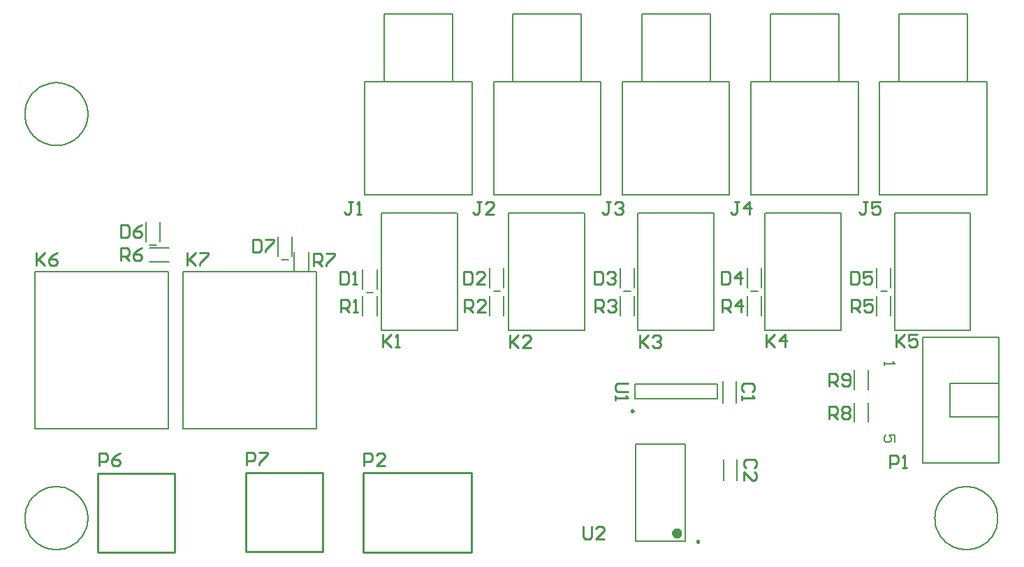
<source format=gto>
%FSLAX24Y24*%
%MOIN*%
%SFA1B1*%

%IPPOS*%
%ADD15C,0.010000*%
%ADD31C,0.023600*%
%ADD33C,0.005000*%
%ADD34C,0.009800*%
%ADD35C,0.008000*%
%ADD36C,0.007900*%
%ADD37C,0.006000*%
%ADD38C,0.005900*%
%LNsourceselection-1*%
%LPD*%
G54D15*
X10571Y-37D02*
Y3743D01*
Y-37D02*
X14232D01*
Y3743*
X10571D02*
X14232D01*
X16171Y-59D02*
Y3720D01*
Y-59D02*
X21348D01*
Y3720*
X16171D02*
X21348D01*
X3524Y-76D02*
Y3703D01*
Y-76D02*
X7185D01*
Y3703*
X3524D02*
X7185D01*
X38425Y7874D02*
Y8474D01*
X38725*
X38825Y8374*
Y8174*
X38725Y8074*
X38425*
X38625D02*
X38825Y7874D01*
X39025Y7974D02*
X39125Y7874D01*
X39325*
X39425Y7974*
Y8374*
X39325Y8474*
X39125*
X39025Y8374*
Y8274*
X39125Y8174*
X39425*
X38425Y6299D02*
Y6899D01*
X38725*
X38825Y6799*
Y6599*
X38725Y6499*
X38425*
X38625D02*
X38825Y6299D01*
X39025Y6799D02*
X39125Y6899D01*
X39325*
X39425Y6799*
Y6699*
X39325Y6599*
X39425Y6499*
Y6399*
X39325Y6299*
X39125*
X39025Y6399*
Y6499*
X39125Y6599*
X39025Y6699*
Y6799*
X39125Y6599D02*
X39325D01*
X13819Y13583D02*
Y14182D01*
X14119*
X14219Y14083*
Y13883*
X14119Y13783*
X13819*
X14019D02*
X14219Y13583D01*
X14419Y14182D02*
X14819D01*
Y14083*
X14419Y13683*
Y13583*
X10906Y14852D02*
Y14252D01*
X11205*
X11305Y14352*
Y14752*
X11205Y14852*
X10906*
X11505D02*
X11905D01*
Y14752*
X11505Y14352*
Y14252*
X4606Y13858D02*
Y14458D01*
X4906*
X5006Y14358*
Y14158*
X4906Y14058*
X4606*
X4806D02*
X5006Y13858D01*
X5606Y14458D02*
X5406Y14358D01*
X5206Y14158*
Y13958*
X5306Y13858*
X5506*
X5606Y13958*
Y14058*
X5506Y14158*
X5206*
X4606Y15560D02*
Y14961D01*
X4906*
X5006Y15061*
Y15460*
X4906Y15560*
X4606*
X5606D02*
X5406Y15460D01*
X5206Y15261*
Y15061*
X5306Y14961*
X5506*
X5606Y15061*
Y15161*
X5506Y15261*
X5206*
X15079Y13316D02*
Y12717D01*
X15379*
X15479Y12816*
Y13216*
X15379Y13316*
X15079*
X15679Y12717D02*
X15878D01*
X15779*
Y13316*
X15679Y13216*
X15118Y11399D02*
Y11999D01*
X15418*
X15518Y11899*
Y11699*
X15418Y11599*
X15118*
X15318D02*
X15518Y11399D01*
X15718D02*
X15918D01*
X15818*
Y11999*
X15718Y11899*
X20989Y13333D02*
Y12733D01*
X21289*
X21389Y12833*
Y13233*
X21289Y13333*
X20989*
X21989Y12733D02*
X21589D01*
X21989Y13133*
Y13233*
X21889Y13333*
X21689*
X21589Y13233*
X21024Y11399D02*
Y11999D01*
X21323*
X21423Y11899*
Y11699*
X21323Y11599*
X21024*
X21224D02*
X21423Y11399D01*
X22023D02*
X21623D01*
X22023Y11799*
Y11899*
X21923Y11999*
X21723*
X21623Y11899*
X27207Y13336D02*
Y12736D01*
X27507*
X27607Y12836*
Y13236*
X27507Y13336*
X27207*
X27807Y13236D02*
X27907Y13336D01*
X28107*
X28207Y13236*
Y13136*
X28107Y13036*
X28007*
X28107*
X28207Y12936*
Y12836*
X28107Y12736*
X27907*
X27807Y12836*
X27244Y11399D02*
Y11999D01*
X27544*
X27644Y11899*
Y11699*
X27544Y11599*
X27244*
X27444D02*
X27644Y11399D01*
X27844Y11899D02*
X27944Y11999D01*
X28144*
X28244Y11899*
Y11799*
X28144Y11699*
X28044*
X28144*
X28244Y11599*
Y11499*
X28144Y11399*
X27944*
X27844Y11499*
X33273Y13332D02*
Y12732D01*
X33573*
X33673Y12832*
Y13232*
X33573Y13332*
X33273*
X34173Y12732D02*
Y13332D01*
X33873Y13032*
X34273*
X33307Y11399D02*
Y11999D01*
X33607*
X33707Y11899*
Y11699*
X33607Y11599*
X33307*
X33507D02*
X33707Y11399D01*
X34207D02*
Y11999D01*
X33907Y11699*
X34307*
X39454Y13335D02*
Y12735D01*
X39754*
X39854Y12835*
Y13235*
X39754Y13335*
X39454*
X40454D02*
X40054D01*
Y13035*
X40254Y13135*
X40354*
X40454Y13035*
Y12835*
X40354Y12735*
X40154*
X40054Y12835*
X39488Y11399D02*
Y11999D01*
X39788*
X39888Y11899*
Y11699*
X39788Y11599*
X39488*
X39688D02*
X39888Y11399D01*
X40488Y11999D02*
X40088D01*
Y11699*
X40288Y11799*
X40388*
X40488Y11699*
Y11499*
X40388Y11399*
X40188*
X40088Y11499*
X41299Y3959D02*
Y4559D01*
X41599*
X41699Y4459*
Y4259*
X41599Y4159*
X41299*
X41899Y3959D02*
X42099D01*
X41999*
Y4559*
X41899Y4459*
X26693Y1173D02*
Y673D01*
X26793Y573*
X26993*
X27093Y673*
Y1173*
X27693Y573D02*
X27293D01*
X27693Y973*
Y1073*
X27593Y1173*
X27393*
X27293Y1073*
X28828Y7992D02*
X28328D01*
X28228Y7892*
Y7692*
X28328Y7592*
X28828*
X28228Y7392D02*
Y7192D01*
Y7292*
X28828*
X28728Y7392*
X10618Y4094D02*
Y4694D01*
X10918*
X11018Y4594*
Y4394*
X10918Y4294*
X10618*
X11218Y4694D02*
X11618D01*
Y4594*
X11218Y4194*
Y4094*
X3570Y4054D02*
Y4654D01*
X3870*
X3970Y4554*
Y4354*
X3870Y4254*
X3570*
X4569Y4654D02*
X4370Y4554D01*
X4170Y4354*
Y4154*
X4270Y4054*
X4469*
X4569Y4154*
Y4254*
X4469Y4354*
X4170*
X16223Y4074D02*
Y4674D01*
X16523*
X16622Y4574*
Y4374*
X16523Y4274*
X16223*
X17222Y4074D02*
X16822D01*
X17222Y4474*
Y4574*
X17122Y4674*
X16922*
X16822Y4574*
X7795Y14244D02*
Y13644D01*
Y13844*
X8195Y14244*
X7895Y13944*
X8195Y13644*
X8395Y14244D02*
X8795D01*
Y14144*
X8395Y13744*
Y13644*
X588Y14244D02*
Y13644D01*
Y13844*
X988Y14244*
X688Y13944*
X988Y13644*
X1588Y14244D02*
X1388Y14144D01*
X1188Y13944*
Y13744*
X1288Y13644*
X1488*
X1588Y13744*
Y13844*
X1488Y13944*
X1188*
X41606Y10318D02*
Y9718D01*
Y9918*
X42006Y10318*
X41706Y10018*
X42006Y9718*
X42606Y10318D02*
X42206D01*
Y10018*
X42406Y10118*
X42506*
X42606Y10018*
Y9818*
X42506Y9718*
X42306*
X42206Y9818*
X35427Y10316D02*
Y9717D01*
Y9917*
X35827Y10316*
X35527Y10017*
X35827Y9717*
X36327D02*
Y10316D01*
X36027Y10017*
X36427*
X29367Y10310D02*
Y9710D01*
Y9910*
X29766Y10310*
X29467Y10010*
X29766Y9710*
X29966Y10210D02*
X30066Y10310D01*
X30266*
X30366Y10210*
Y10110*
X30266Y10010*
X30166*
X30266*
X30366Y9910*
Y9810*
X30266Y9710*
X30066*
X29966Y9810*
X23187Y10310D02*
Y9710D01*
Y9910*
X23586Y10310*
X23286Y10010*
X23586Y9710*
X24186D02*
X23786D01*
X24186Y10110*
Y10210*
X24086Y10310*
X23886*
X23786Y10210*
X17117Y10313D02*
Y9713D01*
Y9913*
X17516Y10313*
X17217Y10013*
X17516Y9713*
X17716D02*
X17916D01*
X17816*
Y10313*
X17716Y10213*
X40250Y16659D02*
X40050D01*
X40150*
Y16159*
X40050Y16059*
X39950*
X39850Y16159*
X40850Y16659D02*
X40450D01*
Y16359*
X40650Y16459*
X40750*
X40850Y16359*
Y16159*
X40750Y16059*
X40550*
X40450Y16159*
X34113Y16656D02*
X33913D01*
X34013*
Y16156*
X33913Y16056*
X33813*
X33713Y16156*
X34613Y16056D02*
Y16656D01*
X34313Y16356*
X34713*
X27968Y16655D02*
X27768D01*
X27868*
Y16155*
X27768Y16055*
X27668*
X27568Y16155*
X28168Y16555D02*
X28267Y16655D01*
X28467*
X28567Y16555*
Y16455*
X28467Y16355*
X28367*
X28467*
X28567Y16255*
Y16155*
X28467Y16055*
X28267*
X28168Y16155*
X21824Y16663D02*
X21624D01*
X21724*
Y16163*
X21624Y16063*
X21524*
X21424Y16163*
X22424Y16063D02*
X22024D01*
X22424Y16463*
Y16563*
X22324Y16663*
X22124*
X22024Y16563*
X15683Y16663D02*
X15483D01*
X15583*
Y16164*
X15483Y16064*
X15384*
X15284Y16164*
X15883Y16064D02*
X16083D01*
X15983*
Y16663*
X15883Y16563*
X34752Y7592D02*
X34852Y7692D01*
Y7892*
X34752Y7992*
X34352*
X34252Y7892*
Y7692*
X34352Y7592*
X34252Y7392D02*
Y7192D01*
Y7292*
X34852*
X34752Y7392*
X34831Y3970D02*
X34931Y4070D01*
Y4270*
X34831Y4370*
X34431*
X34331Y4270*
Y4070*
X34431Y3970*
X34331Y3370D02*
Y3770D01*
X34731Y3370*
X34831*
X34931Y3470*
Y3670*
X34831Y3770*
G54D31*
X31260Y849D02*
D01*
X31259Y857*
X31258Y865*
X31257Y873*
X31255Y881*
X31252Y889*
X31249Y896*
X31246Y904*
X31242Y911*
X31237Y918*
X31232Y924*
X31226Y930*
X31220Y936*
X31214Y941*
X31207Y946*
X31201Y951*
X31193Y955*
X31186Y958*
X31178Y961*
X31170Y963*
X31162Y965*
X31154Y966*
X31146Y966*
X31137*
X31129Y966*
X31121Y965*
X31113Y963*
X31105Y961*
X31097Y958*
X31090Y955*
X31083Y951*
X31076Y946*
X31069Y941*
X31063Y936*
X31057Y930*
X31051Y924*
X31046Y918*
X31041Y911*
X31037Y904*
X31034Y896*
X31031Y889*
X31028Y881*
X31026Y873*
X31025Y865*
X31024Y857*
X31024Y849*
X31024Y840*
X31025Y832*
X31026Y824*
X31028Y816*
X31031Y808*
X31034Y801*
X31037Y793*
X31041Y786*
X31046Y779*
X31051Y773*
X31057Y767*
X31063Y761*
X31069Y756*
X31076Y751*
X31083Y746*
X31090Y742*
X31097Y739*
X31105Y736*
X31113Y734*
X31121Y732*
X31129Y731*
X31137Y731*
X31146*
X31154Y731*
X31162Y732*
X31170Y734*
X31178Y736*
X31186Y739*
X31193Y742*
X31201Y746*
X31207Y751*
X31214Y756*
X31220Y761*
X31226Y767*
X31232Y773*
X31237Y779*
X31242Y786*
X31246Y793*
X31249Y801*
X31252Y808*
X31255Y816*
X31257Y824*
X31258Y832*
X31259Y840*
X31260Y849*
G54D33*
X46461Y1558D02*
D01*
X46457Y1662*
X46446Y1766*
X46428Y1869*
X46402Y1971*
X46370Y2071*
X46331Y2168*
X46285Y2262*
X46233Y2352*
X46174Y2439*
X46110Y2522*
X46040Y2599*
X45964Y2672*
X45884Y2740*
X45799Y2801*
X45711Y2857*
X45618Y2906*
X45522Y2948*
X45424Y2984*
X45323Y3013*
X45221Y3035*
X45117Y3049*
X45013Y3057*
X44908*
X44804Y3049*
X44700Y3035*
X44598Y3013*
X44497Y2984*
X44399Y2948*
X44303Y2906*
X44211Y2857*
X44122Y2801*
X44037Y2740*
X43957Y2672*
X43881Y2599*
X43811Y2522*
X43747Y2439*
X43688Y2352*
X43636Y2262*
X43590Y2168*
X43551Y2071*
X43519Y1971*
X43493Y1869*
X43475Y1766*
X43464Y1662*
X43461Y1558*
X43464Y1453*
X43475Y1349*
X43493Y1246*
X43519Y1144*
X43551Y1044*
X43590Y947*
X43636Y853*
X43688Y763*
X43747Y676*
X43811Y593*
X43881Y516*
X43957Y443*
X44037Y375*
X44122Y314*
X44211Y258*
X44303Y209*
X44399Y167*
X44497Y131*
X44598Y102*
X44700Y80*
X44804Y66*
X44908Y58*
X45013*
X45117Y66*
X45221Y80*
X45323Y102*
X45424Y131*
X45522Y167*
X45618Y209*
X45711Y258*
X45799Y314*
X45884Y375*
X45964Y443*
X46040Y516*
X46110Y593*
X46174Y676*
X46233Y763*
X46285Y853*
X46331Y947*
X46370Y1044*
X46402Y1144*
X46428Y1246*
X46446Y1349*
X46457Y1453*
X46461Y1558*
X3035Y20849D02*
D01*
X3031Y20953*
X3020Y21057*
X3002Y21160*
X2976Y21262*
X2944Y21362*
X2905Y21459*
X2859Y21553*
X2807Y21643*
X2748Y21730*
X2684Y21813*
X2614Y21890*
X2538Y21963*
X2458Y22031*
X2373Y22092*
X2285Y22148*
X2192Y22197*
X2096Y22239*
X1998Y22275*
X1897Y22304*
X1795Y22326*
X1691Y22340*
X1587Y22348*
X1482*
X1378Y22340*
X1274Y22326*
X1172Y22304*
X1071Y22275*
X973Y22239*
X877Y22197*
X784Y22148*
X696Y22092*
X611Y22031*
X531Y21963*
X455Y21890*
X385Y21813*
X321Y21730*
X262Y21643*
X210Y21553*
X164Y21459*
X125Y21362*
X93Y21262*
X67Y21160*
X49Y21057*
X38Y20953*
X35Y20849*
X38Y20744*
X49Y20640*
X67Y20537*
X93Y20435*
X125Y20335*
X164Y20238*
X210Y20144*
X262Y20054*
X321Y19967*
X385Y19884*
X455Y19807*
X531Y19734*
X611Y19666*
X696Y19605*
X785Y19549*
X877Y19500*
X973Y19458*
X1071Y19422*
X1172Y19393*
X1274Y19371*
X1378Y19357*
X1482Y19349*
X1587*
X1691Y19357*
X1795Y19371*
X1897Y19393*
X1998Y19422*
X2096Y19458*
X2192Y19500*
X2285Y19549*
X2373Y19605*
X2458Y19666*
X2538Y19734*
X2614Y19807*
X2684Y19884*
X2748Y19967*
X2807Y20054*
X2859Y20144*
X2905Y20238*
X2944Y20335*
X2976Y20435*
X3002Y20537*
X3020Y20640*
X3031Y20744*
X3035Y20849*
Y1558D02*
D01*
X3031Y1662*
X3020Y1766*
X3002Y1869*
X2976Y1971*
X2944Y2071*
X2905Y2168*
X2859Y2262*
X2807Y2352*
X2748Y2439*
X2684Y2522*
X2614Y2599*
X2538Y2672*
X2458Y2740*
X2373Y2801*
X2285Y2857*
X2192Y2906*
X2096Y2948*
X1998Y2984*
X1897Y3013*
X1795Y3035*
X1691Y3049*
X1587Y3057*
X1482*
X1378Y3049*
X1274Y3035*
X1172Y3013*
X1071Y2984*
X973Y2948*
X877Y2906*
X784Y2857*
X696Y2801*
X611Y2740*
X531Y2672*
X455Y2599*
X385Y2522*
X321Y2439*
X262Y2352*
X210Y2262*
X164Y2168*
X125Y2071*
X93Y1971*
X67Y1869*
X49Y1766*
X38Y1662*
X35Y1558*
X38Y1453*
X49Y1349*
X67Y1246*
X93Y1144*
X125Y1044*
X164Y947*
X210Y853*
X262Y763*
X321Y676*
X385Y593*
X455Y516*
X531Y443*
X611Y375*
X696Y314*
X785Y258*
X877Y209*
X973Y167*
X1071Y131*
X1172Y102*
X1274Y80*
X1378Y66*
X1482Y58*
X1587*
X1691Y66*
X1795Y80*
X1897Y102*
X1998Y131*
X2096Y167*
X2192Y209*
X2285Y258*
X2373Y314*
X2458Y375*
X2538Y443*
X2614Y516*
X2684Y593*
X2748Y676*
X2807Y763*
X2859Y853*
X2905Y947*
X2944Y1044*
X2976Y1144*
X3002Y1246*
X3020Y1349*
X3031Y1453*
X3035Y1558*
G54D34*
X29067Y6676D02*
D01*
X29066Y6679*
X29066Y6682*
X29065Y6686*
X29065Y6689*
X29064Y6692*
X29062Y6695*
X29061Y6699*
X29059Y6701*
X29057Y6704*
X29055Y6707*
X29053Y6710*
X29050Y6712*
X29048Y6714*
X29045Y6716*
X29042Y6718*
X29039Y6720*
X29036Y6721*
X29033Y6722*
X29029Y6723*
X29026Y6724*
X29023Y6724*
X29019Y6724*
X29016*
X29012Y6724*
X29009Y6724*
X29006Y6723*
X29002Y6722*
X28999Y6721*
X28996Y6720*
X28993Y6718*
X28990Y6716*
X28987Y6714*
X28985Y6712*
X28982Y6710*
X28980Y6707*
X28978Y6704*
X28976Y6701*
X28974Y6699*
X28973Y6695*
X28971Y6692*
X28970Y6689*
X28970Y6686*
X28969Y6682*
X28969Y6679*
X28969Y6676*
X28969Y6672*
X28969Y6669*
X28970Y6665*
X28970Y6662*
X28971Y6659*
X28973Y6656*
X28974Y6652*
X28976Y6650*
X28978Y6647*
X28980Y6644*
X28982Y6641*
X28985Y6639*
X28987Y6637*
X28990Y6635*
X28993Y6633*
X28996Y6631*
X28999Y6630*
X29002Y6629*
X29006Y6628*
X29009Y6627*
X29012Y6627*
X29016Y6627*
X29019*
X29023Y6627*
X29026Y6627*
X29029Y6628*
X29033Y6629*
X29036Y6630*
X29039Y6631*
X29042Y6633*
X29045Y6635*
X29048Y6637*
X29050Y6639*
X29053Y6641*
X29055Y6644*
X29057Y6647*
X29059Y6650*
X29061Y6652*
X29062Y6656*
X29064Y6659*
X29065Y6662*
X29065Y6665*
X29066Y6669*
X29066Y6672*
X29067Y6676*
X32195Y443D02*
D01*
X32194Y446*
X32194Y449*
X32193Y453*
X32193Y456*
X32192Y459*
X32190Y462*
X32189Y466*
X32187Y468*
X32185Y471*
X32183Y474*
X32181Y477*
X32178Y479*
X32176Y481*
X32173Y483*
X32170Y485*
X32167Y487*
X32164Y488*
X32161Y489*
X32157Y490*
X32154Y491*
X32151Y491*
X32147Y491*
X32144*
X32140Y491*
X32137Y491*
X32134Y490*
X32130Y489*
X32127Y488*
X32124Y487*
X32121Y485*
X32118Y483*
X32115Y481*
X32113Y479*
X32110Y477*
X32108Y474*
X32106Y471*
X32104Y468*
X32102Y466*
X32101Y462*
X32099Y459*
X32098Y456*
X32098Y453*
X32097Y449*
X32097Y446*
X32097Y443*
X32097Y439*
X32097Y436*
X32098Y432*
X32098Y429*
X32099Y426*
X32101Y423*
X32102Y419*
X32104Y417*
X32106Y414*
X32108Y411*
X32110Y408*
X32113Y406*
X32115Y404*
X32118Y402*
X32121Y400*
X32124Y398*
X32127Y397*
X32130Y396*
X32134Y395*
X32137Y394*
X32140Y394*
X32144Y394*
X32147*
X32151Y394*
X32154Y394*
X32157Y395*
X32161Y396*
X32164Y397*
X32167Y398*
X32170Y400*
X32173Y402*
X32176Y404*
X32178Y406*
X32181Y408*
X32183Y411*
X32185Y414*
X32187Y417*
X32189Y419*
X32190Y423*
X32192Y426*
X32193Y429*
X32193Y432*
X32194Y436*
X32194Y439*
X32195Y443*
G54D35*
X39626Y7685D02*
Y8614D01*
X40295Y7685D02*
Y8614D01*
Y6150D02*
Y7079D01*
X39626Y6150D02*
Y7079D01*
X12894Y13337D02*
Y14266D01*
X13563Y13337D02*
Y14266D01*
X12106Y14063D02*
Y14992D01*
X12776Y14063D02*
Y14992D01*
X12282Y13888D02*
X12600D01*
X5992Y13799D02*
X6921D01*
X5992Y14468D02*
X6921D01*
X5807Y14772D02*
Y15701D01*
X6476Y14772D02*
Y15701D01*
X5983Y14597D02*
X6301D01*
X16161Y12488D02*
Y13417D01*
X16831Y12488D02*
Y13417D01*
X16337Y12313D02*
X16655D01*
X16161Y11228D02*
Y12157D01*
X16831Y11228D02*
Y12157D01*
X22224Y12567D02*
Y13496D01*
X22894Y12567D02*
Y13496D01*
X22400Y12392D02*
X22718D01*
X22224Y11228D02*
Y12157D01*
X22894Y11228D02*
Y12157D01*
X28445Y12567D02*
Y13496D01*
X29114Y12567D02*
Y13496D01*
X28620Y12392D02*
X28939D01*
X28445Y11228D02*
Y12157D01*
X29114Y11228D02*
Y12157D01*
X34508Y12567D02*
Y13496D01*
X35177Y12567D02*
Y13496D01*
X34683Y12392D02*
X35002D01*
X34508Y11228D02*
Y12157D01*
X35177Y11228D02*
Y12157D01*
X40689Y12567D02*
Y13496D01*
X41358Y12567D02*
Y13496D01*
X40864Y12392D02*
X41183D01*
X40689Y11228D02*
Y12157D01*
X41358Y11228D02*
Y12157D01*
X34016Y3372D02*
Y4379D01*
X33386Y3372D02*
Y4379D01*
X33346Y7077D02*
Y8085D01*
X33976Y7077D02*
Y8085D01*
X41543Y5181D02*
Y5514D01*
X41293*
X41377Y5348*
Y5264*
X41293Y5181*
X41127*
X41043Y5264*
Y5431*
X41127Y5514*
X41043Y9018D02*
Y8852D01*
Y8935*
X41543*
X41460Y9018*
G54D36*
X42864Y10187D02*
X46516D01*
Y4187D02*
Y10187D01*
X42864Y4195D02*
Y10187D01*
X44165Y6380D02*
X46516D01*
X44165D02*
Y7995D01*
X46516D01*
X42864Y4187D02*
X46516D01*
X29134Y7266D02*
X33071D01*
X29134Y7975D02*
X33071D01*
X29134Y7266D02*
Y7975D01*
X33071Y7266D02*
Y7975D01*
X29173Y5101D02*
X31535D01*
X29173Y455D02*
X31535D01*
X29173D02*
Y5101D01*
X31535Y455D02*
Y5101D01*
G54D37*
X13943Y5838D02*
Y13318D01*
X7565D02*
X13943D01*
X7565Y5838D02*
Y13318D01*
Y5838D02*
X13943D01*
X6896D02*
Y13318D01*
X518D02*
X6896D01*
X518Y5838D02*
Y13318D01*
Y5838D02*
X6896D01*
X41550Y16117D02*
X45150D01*
X41539Y10526D02*
Y16117D01*
X41550Y10526D02*
X45150D01*
X45161D02*
Y16117D01*
X35369D02*
X38969D01*
X35358Y10526D02*
Y16117D01*
X35369Y10526D02*
X38969D01*
X38980D02*
Y16117D01*
X29306D02*
X32906D01*
X29295Y10526D02*
Y16117D01*
X29306Y10526D02*
X32906D01*
X32917D02*
Y16117D01*
X23125D02*
X26725D01*
X23114Y10526D02*
Y16117D01*
X23125Y10526D02*
X26725D01*
X26736D02*
Y16117D01*
X17062D02*
X20662D01*
X17051Y10526D02*
Y16117D01*
X17062Y10526D02*
X20662D01*
X20673D02*
Y16117D01*
G54D38*
X17185Y25613D02*
X20453D01*
X17185Y22384D02*
Y25613D01*
X20453Y22384D02*
Y25613D01*
X21378Y16991D02*
Y22384D01*
X16260Y16991D02*
X21378D01*
X16260D02*
Y22384D01*
X18819D02*
X21378D01*
X16260D02*
X18819D01*
X23327Y25613D02*
X26594D01*
X23327Y22384D02*
Y25613D01*
X26594Y22384D02*
Y25613D01*
X27520Y16991D02*
Y22384D01*
X22402Y16991D02*
X27520D01*
X22402D02*
Y22384D01*
X24961D02*
X27520D01*
X22402D02*
X24961D01*
X29469Y25613D02*
X32736D01*
X29469Y22384D02*
Y25613D01*
X32736Y22384D02*
Y25613D01*
X33661Y16991D02*
Y22384D01*
X28543Y16991D02*
X33661D01*
X28543D02*
Y22384D01*
X31102D02*
X33661D01*
X28543D02*
X31102D01*
X35610Y25613D02*
X38878D01*
X35610Y22384D02*
Y25613D01*
X38878Y22384D02*
Y25613D01*
X39803Y16991D02*
Y22384D01*
X34685Y16991D02*
X39803D01*
X34685D02*
Y22384D01*
X37244D02*
X39803D01*
X34685D02*
X37244D01*
X41752Y25613D02*
X45020D01*
X41752Y22384D02*
Y25613D01*
X45020Y22384D02*
Y25613D01*
X45945Y16991D02*
Y22384D01*
X40827Y16991D02*
X45945D01*
X40827D02*
Y22384D01*
X43386D02*
X45945D01*
X40827D02*
X43386D01*
M02*
</source>
